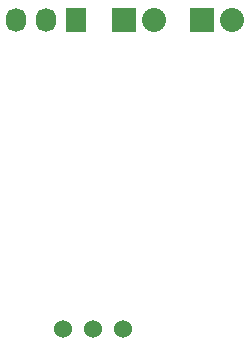
<source format=gbr>
G04 #@! TF.FileFunction,Soldermask,Bot*
%FSLAX46Y46*%
G04 Gerber Fmt 4.6, Leading zero omitted, Abs format (unit mm)*
G04 Created by KiCad (PCBNEW 4.0.4-stable) date Fri Dec  9 21:16:25 2016*
%MOMM*%
%LPD*%
G01*
G04 APERTURE LIST*
%ADD10C,2.000000*%
%ADD11R,2.032000X2.032000*%
%ADD12O,2.032000X2.032000*%
%ADD13R,1.727200X2.032000*%
%ADD14O,1.727200X2.032000*%
%ADD15C,1.524000*%
G04 APERTURE END LIST*
D10*
D11*
X126238000Y-93091000D03*
D12*
X128778000Y-93091000D03*
D11*
X132842000Y-93091000D03*
D12*
X135382000Y-93091000D03*
D13*
X122174000Y-93091000D03*
D14*
X119634000Y-93091000D03*
X117094000Y-93091000D03*
D15*
X123571000Y-119253000D03*
X121031000Y-119253000D03*
X126111000Y-119253000D03*
M02*

</source>
